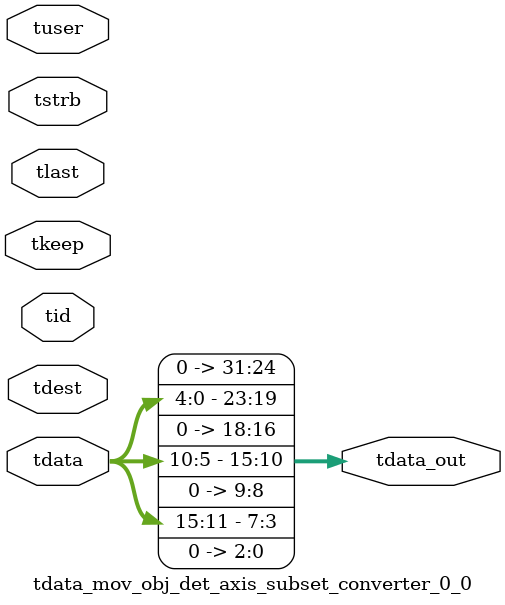
<source format=v>


`timescale 1ps/1ps

module tdata_mov_obj_det_axis_subset_converter_0_0 #
(
parameter C_S_AXIS_TDATA_WIDTH = 32,
parameter C_S_AXIS_TUSER_WIDTH = 0,
parameter C_S_AXIS_TID_WIDTH   = 0,
parameter C_S_AXIS_TDEST_WIDTH = 0,
parameter C_M_AXIS_TDATA_WIDTH = 32
)
(
input  [(C_S_AXIS_TDATA_WIDTH == 0 ? 1 : C_S_AXIS_TDATA_WIDTH)-1:0     ] tdata,
input  [(C_S_AXIS_TUSER_WIDTH == 0 ? 1 : C_S_AXIS_TUSER_WIDTH)-1:0     ] tuser,
input  [(C_S_AXIS_TID_WIDTH   == 0 ? 1 : C_S_AXIS_TID_WIDTH)-1:0       ] tid,
input  [(C_S_AXIS_TDEST_WIDTH == 0 ? 1 : C_S_AXIS_TDEST_WIDTH)-1:0     ] tdest,
input  [(C_S_AXIS_TDATA_WIDTH/8)-1:0 ] tkeep,
input  [(C_S_AXIS_TDATA_WIDTH/8)-1:0 ] tstrb,
input                                                                    tlast,
output [C_M_AXIS_TDATA_WIDTH-1:0] tdata_out
);

assign tdata_out = {tdata[4:0],3'b000,tdata[10:5],2'b00,tdata[15:11],3'b000};

endmodule


</source>
